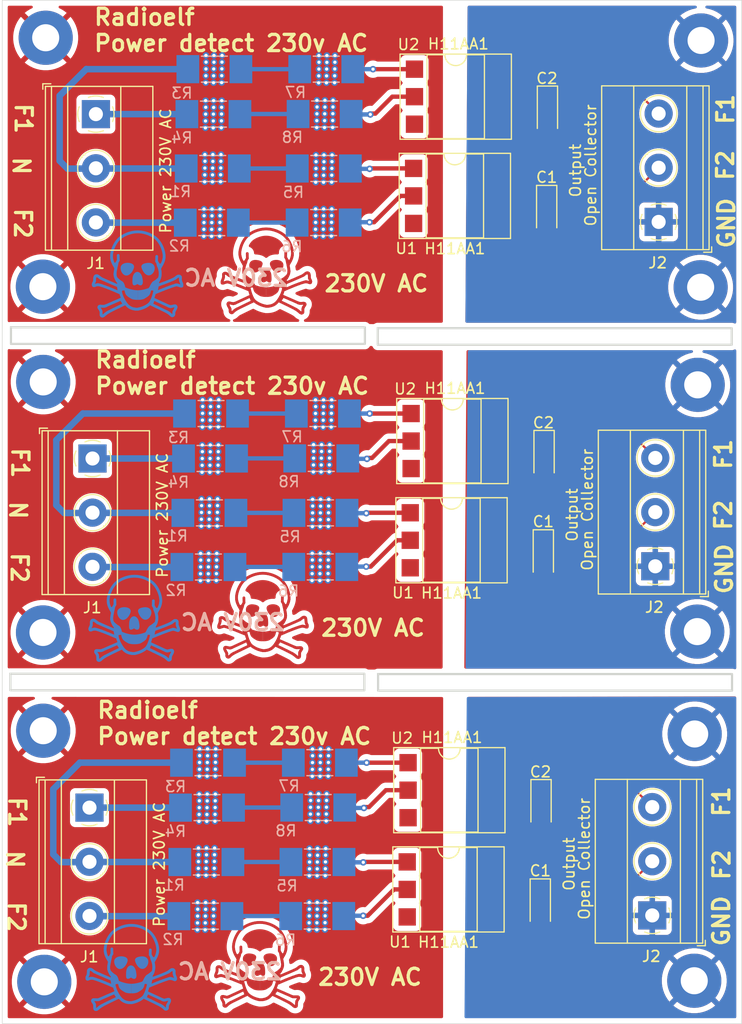
<source format=kicad_pcb>
(kicad_pcb (version 20241229) (generator "pcbnew") (generator_version "9.0")
  (layers (0 "F.Cu" signal) (2 "B.Cu" signal) (13 "F.Paste" user) (15 "B.Paste" user) (5 "F.SilkS" user "F.Silkscreen") (7 "B.SilkS" user "B.Silkscreen") (1 "F.Mask" user) (3 "B.Mask" user) (25 "Edge.Cuts" user))
  (net 0 "")
  (net 1 "GND")
  (net 2 "/Out F2")
  (net 3 "/Out F1")
  (net 4 "/F1")
  (net 5 "/F2")
  (net 6 "/N")
  (net 7 "Net-(R1-Pad2)")
  (net 8 "Net-(R2-Pad2)")
  (net 9 "Net-(R3-Pad2)")
  (net 10 "Net-(R4-Pad2)")
  (net 11 "Net-(R5-Pad2)")
  (net 12 "Net-(R6-Pad2)")
  (net 13 "Net-(R7-Pad2)")
  (net 14 "Net-(R8-Pad2)")
  (net 19 "Earth")
  (footprint "Capacitor_Tantalum_SMD:CP_EIA-3216-10_Kemet-I" (layer "F.Cu") (at 167.55 122.11 -90)
    (property "Reference" "C1")
    (property "Value" "4.7uF")
  )
  (footprint "TerminalBlock_Phoenix:TerminalBlock_Phoenix_MKDS-1,5-3_1x03_P5.00mm_Horizontal" (layer "F.Cu") (at 178.17 90.94 90)
    (property "Reference" "J2")
    (property "Value" "Output")
  )
  (footprint "Capacitor_Tantalum_SMD:CP_EIA-3216-10_Kemet-I" (layer "F.Cu") (at 167.62 112.94 -90)
    (property "Reference" "C2")
    (property "Value" "4.7uF")
  )
  (footprint "MountingHole:MountingHole_2.5mm_Pad" (layer "F.Cu") (at 121.87 42.15)
    (property "Reference" "H1" (hide yes))
    (property "Value" "Hole" (hide yes))
  )
  (footprint "Package_DIP:DIP-6_W7.62mm_SMDSocket_SmallPads" (layer "F.Cu") (at 159.35 88.54)
    (property "Reference" "U1")
    (property "Value" "H11AA1")
  )
  (footprint "Capacitor_Tantalum_SMD:CP_EIA-3216-10_Kemet-I" (layer "F.Cu") (at 167.9 80.71 -90)
    (property "Reference" "C2")
    (property "Value" "4.7uF")
  )
  (footprint "Capacitor_Tantalum_SMD:CP_EIA-3216-10_Kemet-I" (layer "F.Cu") (at 168.14 58.09 -90)
    (property "Reference" "C1")
    (property "Value" "4.7uF")
  )
  (footprint "MountingHole:MountingHole_2.5mm_Pad" (layer "F.Cu") (at 121.62 97.05)
    (property "Reference" "H2" (hide yes))
    (property "Value" "Hole" (hide yes))
  )
  (footprint "MountingHole:MountingHole_2.5mm_Pad" (layer "F.Cu") (at 181.81 106.42)
    (property "Reference" "H3" (hide yes))
    (property "Value" "Hole" (hide yes))
  )
  (footprint "TerminalBlock_Phoenix:TerminalBlock_Phoenix_MKDS-1,5-3_1x03_P5.00mm_Horizontal" (layer "F.Cu") (at 126.195 80.99 -90)
    (property "Reference" "J1")
    (property "Value" "Power 230V AC")
  )
  (footprint "Package_DIP:DIP-6_W7.62mm_SMDSocket_SmallPads" (layer "F.Cu") (at 159.15 111.61)
    (property "Reference" "U2")
    (property "Value" "H11AA1")
  )
  (footprint "MountingHole:MountingHole_2.5mm_Pad" (layer "F.Cu") (at 121.61 65.13)
    (property "Reference" "H2" (hide yes))
    (property "Value" "Hole" (hide yes))
  )
  (footprint "TerminalBlock_Phoenix:TerminalBlock_Phoenix_MKDS-1,5-3_1x03_P5.00mm_Horizontal" (layer "F.Cu") (at 125.915 113.22 -90)
    (property "Reference" "J1")
    (property "Value" "Power 230V AC")
  )
  (footprint "Symbol:Symbol_Danger_8x8mm_Copper" (layer "F.Cu") (at 142.236392 63.61365)
    (property "Reference" "REF**" (hide yes))
    (property "Value" "Symbol_Danger_8x8mm_Copper" (hide yes))
  )
  (footprint "TerminalBlock_Phoenix:TerminalBlock_Phoenix_MKDS-1,5-3_1x03_P5.00mm_Horizontal" (layer "F.Cu") (at 126.505 49.2 -90)
    (property "Reference" "J1")
    (property "Value" "Power 230V AC")
  )
  (footprint "Package_DIP:DIP-6_W7.62mm_SMDSocket_SmallPads" (layer "F.Cu") (at 159.74 47.59)
    (property "Reference" "U2")
    (property "Value" "H11AA1")
  )
  (footprint "TerminalBlock_Phoenix:TerminalBlock_Phoenix_MKDS-1,5-3_1x03_P5.00mm_Horizontal" (layer "F.Cu") (at 178.48 59.15 90)
    (property "Reference" "J2")
    (property "Value" "Output")
  )
  (footprint "MountingHole:MountingHole_2.5mm_Pad" (layer "F.Cu") (at 121.74 129.3)
    (property "Reference" "H2" (hide yes))
    (property "Value" "Hole" (hide yes))
  )
  (footprint "Package_DIP:DIP-6_W7.62mm_SMDSocket_SmallPads" (layer "F.Cu") (at 159.66 56.75)
    (property "Reference" "U1")
    (property "Value" "H11AA1")
  )
  (footprint "MountingHole:MountingHole_2.5mm_Pad" (layer "F.Cu") (at 182.4 42.4)
    (property "Reference" "H3" (hide yes))
    (property "Value" "Hole" (hide yes))
  )
  (footprint "Package_DIP:DIP-6_W7.62mm_SMDSocket_SmallPads" (layer "F.Cu") (at 159.43 79.38)
    (property "Reference" "U2")
    (property "Value" "H11AA1")
  )
  (footprint "Symbol:Symbol_Danger_8x8mm_Copper" (layer "F.Cu") (at 141.926392 95.40365)
    (property "Reference" "REF**" (hide yes))
    (property "Value" "Symbol_Danger_8x8mm_Copper" (hide yes))
  )
  (footprint "MountingHole:MountingHole_2.5mm_Pad" (layer "F.Cu") (at 182.36 65.18)
    (property "Reference" "H4" (hide yes))
    (property "Value" "Hole" (hide yes))
  )
  (footprint "MountingHole:MountingHole_2.5mm_Pad" (layer "F.Cu") (at 182.09 74.19)
    (property "Reference" "H3" (hide yes))
    (property "Value" "Hole" (hide yes))
  )
  (footprint "MountingHole:MountingHole_2.5mm_Pad" (layer "F.Cu") (at 121.64 73.92)
    (property "Reference" "H1" (hide yes))
    (property "Value" "Hole" (hide yes))
  )
  (footprint "Symbol:Symbol_Danger_8x8mm_Copper" (layer "F.Cu") (at 141.646392 127.63365)
    (property "Reference" "REF**" (hide yes))
    (property "Value" "Symbol_Danger_8x8mm_Copper" (hide yes))
  )
  (footprint "MountingHole:MountingHole_2.5mm_Pad" (layer "F.Cu") (at 182.05 96.97)
    (property "Reference" "H4" (hide yes))
    (property "Value" "Hole" (hide yes))
  )
  (footprint "TerminalBlock_Phoenix:TerminalBlock_Phoenix_MKDS-1,5-3_1x03_P5.00mm_Horizontal" (layer "F.Cu") (at 177.89 123.17 90)
    (property "Reference" "J2")
    (property "Value" "Output")
  )
  (footprint "Capacitor_Tantalum_SMD:CP_EIA-3216-10_Kemet-I" (layer "F.Cu") (at 168.21 48.92 -90)
    (property "Reference" "C2")
    (property "Value" "4.7uF")
  )
  (footprint "Package_DIP:DIP-6_W7.62mm_SMDSocket_SmallPads" (layer "F.Cu") (at 159.07 120.77)
    (property "Reference" "U1")
    (property "Value" "H11AA1")
  )
  (footprint "MountingHole:MountingHole_2.5mm_Pad" (layer "F.Cu") (at 181.77 129.2)
    (property "Reference" "H4" (hide yes))
    (property "Value" "Hole" (hide yes))
  )
  (footprint "Capacitor_Tantalum_SMD:CP_EIA-3216-10_Kemet-I" (layer "F.Cu") (at 167.83 89.88 -90)
    (property "Reference" "C1")
    (property "Value" "4.7uF")
  )
  (footprint "MountingHole:MountingHole_2.5mm_Pad" (layer "F.Cu") (at 121.64 106.12)
    (property "Reference" "H1" (hide yes))
    (property "Value" "Hole" (hide yes))
  )
  (footprint "Resistor_SMD:R_MELF_MMB-0207" (layer "B.Cu") (at 136.77 113.22)
    (property "Reference" "R4")
    (property "Value" "56K")
  )
  (footprint "Resistor_SMD:R_MELF_MMB-0207" (layer "B.Cu") (at 147.78 45.05)
    (property "Reference" "R7")
    (property "Value" "56K")
  )
  (footprint "Resistor_SMD:R_MELF_MMB-0207" (layer "B.Cu") (at 137.21 59.22)
    (property "Reference" "R2")
    (property "Value" "56K")
  )
  (footprint "Resistor_SMD:R_MELF_MMB-0207" (layer "B.Cu") (at 147.32 80.98)
    (property "Reference" "R8")
    (property "Value" "56K")
  )
  (footprint "Resistor_SMD:R_MELF_MMB-0207" (layer "B.Cu") (at 136.9 91.01)
    (property "Reference" "R2")
    (property "Value" "56K")
  )
  (footprint "Resistor_SMD:R_MELF_MMB-0207" (layer "B.Cu") (at 137.36 49.2)
    (property "Reference" "R4")
    (property "Value" "56K")
  )
  (footprint "Resistor_SMD:R_MELF_MMB-0207" (layer "B.Cu") (at 147.19 109.07)
    (property "Reference" "R7")
    (property "Value" "56K")
  )
  (footprint "Resistor_SMD:R_MELF_MMB-0207" (layer "B.Cu") (at 137.05 80.99)
    (property "Reference" "R4")
    (property "Value" "56K")
  )
  (footprint "Resistor_SMD:R_MELF_MMB-0207" (layer "B.Cu") (at 136.71 118.24)
    (property "Reference" "R1")
    (property "Value" "56K")
  )
  (footprint "Symbol:Symbol_Danger_8x8mm_Copper" (layer "B.Cu") (at 129.783608 127.90365 180)
    (property "Reference" "REF**" (hide yes))
    (property "Value" "Symbol_Danger_8x8mm_Copper" (hide yes))
  )
  (footprint "Resistor_SMD:R_MELF_MMB-0207" (layer "B.Cu") (at 136.99 86.01)
    (property "Reference" "R1")
    (property "Value" "56K")
  )
  (footprint "Symbol:Symbol_Danger_8x8mm_Copper" (layer "B.Cu") (at 130.063608 95.67365 180)
    (property "Reference" "REF**" (hide yes))
    (property "Value" "Symbol_Danger_8x8mm_Copper" (hide yes))
  )
  (footprint "Resistor_SMD:R_MELF_MMB-0207" (layer "B.Cu") (at 137.45 45.05)
    (property "Reference" "R3")
    (property "Value" "56K")
  )
  (footprint "Resistor_SMD:R_MELF_MMB-0207" (layer "B.Cu") (at 136.86 109.07)
    (property "Reference" "R3")
    (property "Value" "56K")
  )
  (footprint "Resistor_SMD:R_MELF_MMB-0207" (layer "B.Cu") (at 147.25 86.01)
    (property "Reference" "R5")
    (property "Value" "56K")
  )
  (footprint "Resistor_SMD:R_MELF_MMB-0207" (layer "B.Cu") (at 147.23 91)
    (property "Reference" "R6")
    (property "Value" "56K")
  )
  (footprint "Resistor_SMD:R_MELF_MMB-0207" (layer "B.Cu") (at 147.04 113.21)
    (property "Reference" "R8")
    (property "Value" "56K")
  )
  (footprint "Resistor_SMD:R_MELF_MMB-0207" (layer "B.Cu") (at 147.63 49.19)
    (property "Reference" "R8")
    (property "Value" "56K")
  )
  (footprint "Symbol:Symbol_Danger_8x8mm_Copper" (layer "B.Cu") (at 130.373608 63.88365 180)
    (property "Reference" "REF**" (hide yes))
    (property "Value" "Symbol_Danger_8x8mm_Copper" (hide yes))
  )
  (footprint "Resistor_SMD:R_MELF_MMB-0207" (layer "B.Cu") (at 147.54 59.21)
    (property "Reference" "R6")
    (property "Value" "56K")
  )
  (footprint "Resistor_SMD:R_MELF_MMB-0207" (layer "B.Cu") (at 146.97 118.24)
    (property "Reference" "R5")
    (property "Value" "56K")
  )
  (footprint "Resistor_SMD:R_MELF_MMB-0207" (layer "B.Cu") (at 147.47 76.84)
    (property "Reference" "R7")
    (property "Value" "56K")
  )
  (footprint "Resistor_SMD:R_MELF_MMB-0207" (layer "B.Cu") (at 146.95 123.23)
    (property "Reference" "R6")
    (property "Value" "56K")
  )
  (footprint "Resistor_SMD:R_MELF_MMB-0207" (layer "B.Cu") (at 137.3 54.22)
    (property "Reference" "R1")
    (property "Value" "56K")
  )
  (footprint "Resistor_SMD:R_MELF_MMB-0207" (layer "B.Cu") (at 137.14 76.84)
    (property "Reference" "R3")
    (property "Value" "56K")
  )
  (footprint "Resistor_SMD:R_MELF_MMB-0207" (layer "B.Cu") (at 147.56 54.22)
    (property "Reference" "R5")
    (property "Value" "56K")
  )
  (footprint "Resistor_SMD:R_MELF_MMB-0207" (layer "B.Cu") (at 136.62 123.24)
    (property "Reference" "R2")
    (property "Value" "56K")
  )
  (gr_rect (start 152.54 68.96) (end 185.23 70.49) (stroke (width 0.2)) (fill no) (layer "Edge.Cuts"))
  (gr_rect (start 152.57 100.89) (end 185.26 102.42) (stroke (width 0.2)) (fill no) (layer "Edge.Cuts"))
  (gr_rect (start 118.66 68.88) (end 151.35 70.41) (stroke (width 0.2)) (fill no) (layer "Edge.Cuts"))
  (gr_rect (start 117.86 38.69) (end 186.15 133.16) (stroke (width 0.05)) (fill no) (layer "Edge.Cuts"))
  (gr_rect (start 118.61 100.86) (end 151.3 102.39) (stroke (width 0.2)) (fill no) (layer "Edge.Cuts"))
  (gr_text "230V AC" (at 147.15 97.51 0) (layer "F.SilkS") (effects (font (size 1.5 1.5) (thickness 0.3) (bold yes)) (justify left bottom)))
  (gr_text "F2" (at 185.520313 55.475373 90) (layer "F.SilkS") (effects (font (size 1.5 1.5) (thickness 0.3) (bold yes)) (justify left bottom)))
  (gr_text "230V AC" (at 147.46 65.72 0) (layer "F.SilkS") (effects (font (size 1.5 1.5) (thickness 0.3) (bold yes)) (justify left bottom)))
  (gr_text "N" (at 120.05 118.98 90) (layer "F.SilkS") (effects (font (size 1.5 1.5) (thickness 0.3) (bold yes)) (justify left bottom)))
  (gr_text "GND" (at 185.42 93.66 90) (layer "F.SilkS") (effects (font (size 1.5 1.5) (thickness 0.3) (bold yes)) (justify left bottom)))
  (gr_text "N" (at 120.64 54.96 90) (layer "F.SilkS") (effects (font (size 1.5 1.5) (thickness 0.3) (bold yes)) (justify left bottom)))
  (gr_text "GND" (at 185.15 126.16 90) (layer "F.SilkS") (effects (font (size 1.5 1.5) (thickness 0.3) (bold yes)) (justify left bottom)))
  (gr_text "Open Collector" (at 172.48 91.43 90) (layer "F.SilkS") (effects (font (size 1 1)) (justify left bottom)))
  (gr_text "F1" (at 118.63 79.84 -90) (layer "F.SilkS") (effects (font (size 1.5 1.5) (thickness 0.3) (bold yes)) (justify left bottom)))
  (gr_text "F2" (at 118.57 89.52 -90) (layer "F.SilkS") (effects (font (size 1.5 1.5) (thickness 0.3) (bold yes)) (justify left bottom)))
  (gr_text "F2" (at 118.88 57.73 -90) (layer "F.SilkS") (effects (font (size 1.5 1.5) (thickness 0.3) (bold yes)) (justify left bottom)))
  (gr_text "F1" (at 118.94 48.05 -90) (layer "F.SilkS") (effects (font (size 1.5 1.5) (thickness 0.3) (bold yes)) (justify left bottom)))
  (gr_text "Open Collector" (at 172.2 123.66 90) (layer "F.SilkS") (effects (font (size 1 1)) (justify left bottom)))
  (gr_text "Open Collector" (at 172.79 59.64 90) (layer "F.SilkS") (effects (font (size 1 1)) (justify left bottom)))
  (gr_text "Radioelf\nPower detect 230v AC" (at 126.190313 43.535373 0) (layer "F.SilkS") (effects (font (size 1.5 1.5) (thickness 0.3) (bold yes)) (justify left bottom)))
  (gr_text "F2" (at 185.340313 87.765373 90) (layer "F.SilkS") (effects (font (size 1.5 1.5) (thickness 0.3) (bold yes)) (justify left bottom)))
  (gr_text "F2" (at 185.180313 120.045373 90) (layer "F.SilkS") (effects (font (size 1.5 1.5) (thickness 0.3) (bold yes)) (justify left bottom)))
  (gr_text "GND" (at 185.62 61.74 90) (layer "F.SilkS") (effects (font (size 1.5 1.5) (thickness 0.3) (bold yes)) (justify left bottom)))
  (gr_text "N" (at 120.33 86.75 90) (layer "F.SilkS") (effects (font (size 1.5 1.5) (thickness 0.3) (bold yes)) (justify left bottom)))
  (gr_text "230V AC" (at 146.87 129.74 0) (layer "F.SilkS") (effects (font (size 1.5 1.5) (thickness 0.3) (bold yes)) (justify left bottom)))
  (gr_text "Radioelf\nPower detect 230v AC" (at 126.480313 107.515373 0) (layer "F.SilkS") (effects (font (size 1.5 1.5) (thickness 0.3) (bold yes)) (justify left bottom)))
  (gr_text "F1" (at 185.540313 50.305373 90) (layer "F.SilkS") (effects (font (size 1.5 1.5) (thickness 0.3) (bold yes)) (justify left bottom)))
  (gr_text "F1" (at 185.160313 114.215373 90) (layer "F.SilkS") (effects (font (size 1.5 1.5) (thickness 0.3) (bold yes)) (justify left bottom)))
  (gr_text "F2" (at 118.29 121.75 -90) (layer "F.SilkS") (effects (font (size 1.5 1.5) (thickness 0.3) (bold yes)) (justify left bottom)))
  (gr_text "Radioelf\nPower detect 230v AC" (at 126.280313 75.175373 0) (layer "F.SilkS") (effects (font (size 1.5 1.5) (thickness 0.3) (bold yes)) (justify left bottom)))
  (gr_text "F1" (at 118.35 112.07 -90) (layer "F.SilkS") (effects (font (size 1.5 1.5) (thickness 0.3) (bold yes)) (justify left bottom)))
  (gr_text "F1" (at 185.340313 82.155373 90) (layer "F.SilkS") (effects (font (size 1.5 1.5) (thickness 0.3) (bold yes)) (justify left bottom)))
  (gr_text "230V AC" (at 144.090475 96.996265 0) (layer "B.SilkS") (effects (font (size 1.5 1.5) (thickness 0.3) (bold yes)) (justify left bottom mirror)))
  (gr_text "230V AC" (at 143.810475 129.226265 0) (layer "B.SilkS") (effects (font (size 1.5 1.5) (thickness 0.3) (bold yes)) (justify left bottom mirror)))
  (gr_text "230V AC" (at 144.400475 65.206265 0) (layer "B.SilkS") (effects (font (size 1.5 1.5) (thickness 0.3) (bold yes)) (justify left bottom mirror)))
  (segment (start 163.49 59.32) (end 163.48 59.31) (width 0.2) (layer "F.Cu") (net 1))
  (segment (start 162.9 123.34) (end 162.89 123.33) (width 0.2) (layer "F.Cu") (net 1))
  (segment (start 163.18 91.11) (end 163.17 91.1) (width 0.2) (layer "F.Cu") (net 1))
  (segment (start 175.3 120.76) (end 167.55 120.76) (width 0.2) (layer "F.Cu") (net 2))
  (segment (start 175.58 88.53) (end 167.83 88.53) (width 0.2) (layer "F.Cu") (net 2))
  (segment (start 178.48 54.15) (end 175.89 56.74) (width 0.2) (layer "F.Cu") (net 2))
  (segment (start 163.17 88.53) (end 163.16 88.54) (width 0.2) (layer "F.Cu") (net 2))
  (segment (start 167.83 88.53) (end 163.17 88.53) (width 0.2) (layer "F.Cu") (net 2))
  (segment (start 179.22 86.01) (end 178.56 86.67) (width 0.2) (layer "F.Cu") (net 2))
  (segment (start 163.51 56.74) (end 163.48 56.77) (width 0.2) (layer "F.Cu") (net 2))
  (segment (start 179.53 54.22) (end 178.87 54.88) (width 0.2) (layer "F.Cu") (net 2))
  (segment (start 168.14 56.74) (end 163.48 56.74) (width 0.2) (layer "F.Cu") (net 2))
  (segment (start 167.55 120.76) (end 162.89 120.76) (width 0.2) (layer "F.Cu") (net 2))
  (segment (start 177.89 118.17) (end 175.3 120.76) (width 0.2) (layer "F.Cu") (net 2))
  (segment (start 178.94 118.24) (end 178.28 118.9) (width 0.2) (layer "F.Cu") (net 2))
  (segment (start 175.89 56.74) (end 168.14 56.74) (width 0.2) (layer "F.Cu") (net 2))
  (segment (start 178.17 85.94) (end 175.58 88.53) (width 0.2) (layer "F.Cu") (net 2))
  (segment (start 162.89 120.76) (end 162.88 120.77) (width 0.2) (layer "F.Cu") (net 2))
  (segment (start 163.48 56.74) (end 163.47 56.75) (width 0.2) (layer "F.Cu") (net 2))
  (segment (start 163.2 88.53) (end 163.17 88.56) (width 0.2) (layer "F.Cu") (net 2))
  (segment (start 162.92 120.76) (end 162.89 120.79) (width 0.2) (layer "F.Cu") (net 2))
  (segment (start 163.57 47.57) (end 163.55 47.59) (width 0.2) (layer "F.Cu") (net 3))
  (segment (start 168.21 47.57) (end 163.57 47.57) (width 0.2) (layer "F.Cu") (net 3))
  (segment (start 167.62 111.59) (end 162.98 111.59) (width 0.2) (layer "F.Cu") (net 3))
  (segment (start 163.26 79.36) (end 163.24 79.38) (width 0.2) (layer "F.Cu") (net 3))
  (segment (start 178.48 49.15) (end 176.9 47.57) (width 0.2) (layer "F.Cu") (net 3))
  (segment (start 176.31 111.59) (end 167.62 111.59) (width 0.2) (layer "F.Cu") (net 3))
  (segment (start 162.98 111.59) (end 162.96 111.61) (width 0.2) (layer "F.Cu") (net 3))
  (segment (start 177.89 113.17) (end 176.31 111.59) (width 0.2) (layer "F.Cu") (net 3))
  (segment (start 167.9 79.36) (end 163.26 79.36) (width 0.2) (layer "F.Cu") (net 3))
  (segment (start 178.17 80.94) (end 176.59 79.36) (width 0.2) (layer "F.Cu") (net 3))
  (segment (start 176.9 47.57) (end 168.21 47.57) (width 0.2) (layer "F.Cu") (net 3))
  (segment (start 176.59 79.36) (end 167.9 79.36) (width 0.2) (layer "F.Cu") (net 3))
  (segment (start 134.91 49.2) (end 126.505 49.2) (width 0.6) (layer "B.Cu") (net 4))
  (segment (start 134.32 113.22) (end 125.915 113.22) (width 0.6) (layer "B.Cu") (net 4))
  (segment (start 134.6 80.99) (end 126.195 80.99) (width 0.6) (layer "B.Cu") (net 4))
  (segment (start 134.45 91.01) (end 126.215 91.01) (width 0.6) (layer "B.Cu") (net 5))
  (segment (start 134.17 123.24) (end 125.935 123.24) (width 0.6) (layer "B.Cu") (net 5))
  (segment (start 126.215 91.01) (end 126.195 90.99) (width 0.2) (layer "B.Cu") (net 5))
  (segment (start 125.935 123.24) (end 125.915 123.22) (width 0.2) (layer "B.Cu") (net 5))
  (segment (start 126.525 59.22) (end 126.505 59.2) (width 0.2) (layer "B.Cu") (net 5))
  (segment (start 134.76 59.22) (end 126.525 59.22) (width 0.6) (layer "B.Cu") (net 5))
  (segment (start 125.935 118.24) (end 125.925 118.25) (width 0.2) (layer "B.Cu") (net 6))
  (segment (start 123.16 53.51) (end 123.16 47.5) (width 0.6) (layer "B.Cu") (net 6))
  (segment (start 122.85 79.29) (end 125.31 76.83) (width 0.6) (layer "B.Cu") (net 6))
  (segment (start 123.57 86.02) (end 122.85 85.3) (width 0.6) (layer "B.Cu") (net 6))
  (segment (start 134.26 118.24) (end 125.935 118.24) (width 0.6) (layer "B.Cu") (net 6))
  (segment (start 126.515 54.23) (end 123.88 54.23) (width 0.6) (layer "B.Cu") (net 6))
  (segment (start 125.32 76.84) (end 134.69 76.84) (width 0.6) (layer "B.Cu") (net 6))
  (segment (start 126.525 54.22) (end 126.505 54.2) (width 0.2) (layer "B.Cu") (net 6))
  (segment (start 122.57 117.53) (end 122.57 111.52) (width 0.6) (layer "B.Cu") (net 6))
  (segment (start 126.525 54.22) (end 126.515 54.23) (width 0.2) (layer "B.Cu") (net 6))
  (segment (start 123.29 118.25) (end 122.57 117.53) (width 0.6) (layer "B.Cu") (net 6))
  (segment (start 125.63 45.05) (end 135 45.05) (width 0.6) (layer "B.Cu") (net 6))
  (segment (start 125.62 45.04) (end 125.63 45.05) (width 0.6) (layer "B.Cu") (net 6))
  (segment (start 125.04 109.07) (end 134.41 109.07) (width 0.6) (layer "B.Cu") (net 6))
  (segment (start 125.31 76.83) (end 125.32 76.84) (width 0.6) (layer "B.Cu") (net 6))
  (segment (start 126.215 86.01) (end 126.195 85.99) (width 0.2) (layer "B.Cu") (net 6))
  (segment (start 123.88 54.23) (end 123.16 53.51) (width 0.6) (layer "B.Cu") (net 6))
  (segment (start 125.03 109.06) (end 125.04 109.07) (width 0.6) (layer "B.Cu") (net 6))
  (segment (start 126.215 86.01) (end 126.205 86.02) (width 0.2) (layer "B.Cu") (net 6))
  (segment (start 125.925 118.25) (end 123.29 118.25) (width 0.6) (layer "B.Cu") (net 6))
  (segment (start 134.85 54.22) (end 126.525 54.22) (width 0.6) (layer "B.Cu") (net 6))
  (segment (start 125.935 118.24) (end 125.915 118.22) (width 0.2) (layer "B.Cu") (net 6))
  (segment (start 134.54 86.01) (end 126.215 86.01) (width 0.6) (layer "B.Cu") (net 6))
  (segment (start 122.57 111.52) (end 125.03 109.06) (width 0.6) (layer "B.Cu") (net 6))
  (segment (start 123.16 47.5) (end 125.62 45.04) (width 0.6) (layer "B.Cu") (net 6))
  (segment (start 122.85 85.3) (end 122.85 79.29) (width 0.6) (layer "B.Cu") (net 6))
  (segment (start 126.205 86.02) (end 123.57 86.02) (width 0.6) (layer "B.Cu") (net 6))
  (segment (start 139.44 86.01) (end 144.8 86.01) (width 0.4) (layer "B.Cu") (net 7))
  (segment (start 139.75 54.22) (end 145.11 54.22) (width 0.4) (layer "B.Cu") (net 7))
  (segment (start 139.16 118.24) (end 144.52 118.24) (width 0.4) (layer "B.Cu") (net 7))
  (segment (start 145.09 59.21) (end 139.67 59.21) (width 0.4) (layer "B.Cu") (net 8))
  (segment (start 144.5 123.23) (end 139.08 123.23) (width 0.4) (layer "B.Cu") (net 8))
  (segment (start 139.67 59.21) (end 139.66 59.22) (width 0.2) (layer "B.Cu") (net 8))
  (segment (start 144.78 91) (end 139.36 91) (width 0.4) (layer "B.Cu") (net 8))
  (segment (start 139.36 91) (end 139.35 91.01) (width 0.2) (layer "B.Cu") (net 8))
  (segment (start 139.08 123.23) (end 139.07 123.24) (width 0.2) (layer "B.Cu") (net 8))
  (segment (start 139.9 45.05) (end 143.02 45.05) (width 0.4) (layer "B.Cu") (net 9))
  (segment (start 142.71 76.84) (end 145.02 76.84) (width 0.4) (layer "B.Cu") (net 9))
  (segment (start 139.31 109.07) (end 142.43 109.07) (width 0.4) (layer "B.Cu") (net 9))
  (segment (start 142.43 109.07) (end 144.74 109.07) (width 0.4) (layer "B.Cu") (net 9))
  (segment (start 139.59 76.84) (end 142.71 76.84) (width 0.4) (layer "B.Cu") (net 9))
  (segment (start 143.02 45.05) (end 145.33 45.05) (width 0.4) (layer "B.Cu") (net 9))
  (segment (start 139.51 80.98) (end 139.5 80.99) (width 0.2) (layer "B.Cu") (net 10))
  (segment (start 139.23 113.21) (end 139.22 113.22) (width 0.2) (layer "B.Cu") (net 10))
  (segment (start 144.59 113.21) (end 139.23 113.21) (width 0.4) (layer "B.Cu") (net 10))
  (segment (start 144.87 80.98) (end 139.51 80.98) (width 0.4) (layer "B.Cu") (net 10))
  (segment (start 139.82 49.19) (end 139.81 49.2) (width 0.2) (layer "B.Cu") (net 10))
  (segment (start 145.18 49.19) (end 139.82 49.19) (width 0.4) (layer "B.Cu") (net 10))
  (segment (start 155.54 86) (end 151.52 86) (width 0.4) (layer "F.Cu") (net 11))
  (segment (start 151.83 54.21) (end 151.79 54.25) (width 0.2) (layer "F.Cu") (net 11))
  (segment (start 151.24 118.23) (end 151.2 118.27) (width 0.2) (layer "F.Cu") (net 11))
  (segment (start 155.85 54.21) (end 151.83 54.21) (width 0.4) (layer "F.Cu") (net 11))
  (segment (start 151.52 86) (end 151.48 86.04) (width 0.2) (layer "F.Cu") (net 11))
  (segment (start 155.26 118.23) (end 151.24 118.23) (width 0.4) (layer "F.Cu") (net 11))
  (via (at 151.2 118.27) (size 0.6) (drill 0.3) (layers "F.Cu" "B.Cu") (net 11))
  (via (at 151.48 86.04) (size 0.6) (drill 0.3) (layers "F.Cu" "B.Cu") (net 11))
  (via (at 151.79 54.25) (size 0.6) (drill 0.3) (layers "F.Cu" "B.Cu") (net 11))
  (segment (start 151.2 118.27) (end 149.45 118.27) (width 0.4) (layer "B.Cu") (net 11))
  (segment (start 149.45 118.27) (end 149.42 118.24) (width 0.2) (layer "B.Cu") (net 11))
  (segment (start 150.04 54.25) (end 150.01 54.22) (width 0.2) (layer "B.Cu") (net 11))
  (segment (start 149.73 86.04) (end 149.7 86.01) (width 0.2) (layer "B.Cu") (net 11))
  (segment (start 151.48 86.04) (end 149.73 86.04) (width 0.4) (layer "B.Cu") (net 11))
  (segment (start 151.79 54.25) (end 150.04 54.25) (width 0.4) (layer "B.Cu") (net 11))
  (segment (start 152.08 90.78) (end 151.89 90.97) (width 0.4) (layer "F.Cu") (net 12))
  (segment (start 155.26 120.77) (end 154.04 120.77) (width 0.4) (layer "F.Cu") (net 12))
  (segment (start 155.85 56.75) (end 154.63 56.75) (width 0.4) (layer "F.Cu") (net 12))
  (segment (start 154.04 120.77) (end 151.8 123.01) (width 0.4) (layer "F.Cu") (net 12))
  (segment (start 151.61 123.2) (end 151.19 123.2) (width 0.4) (layer "F.Cu") (net 12))
  (segment (start 151.8 123.01) (end 151.61 123.2) (width 0.4) (layer "F.Cu") (net 12))
  (segment (start 154.63 56.75) (end 152.39 58.99) (width 0.4) (layer "F.Cu") (net 12))
  (segment (start 152.39 58.99) (end 152.2 59.18) (width 0.4) (layer "F.Cu") (net 12))
  (segment (start 152.2 59.18) (end 151.78 59.18) (width 0.4) (layer "F.Cu") (net 12))
  (segment (start 154.32 88.54) (end 152.08 90.78) (width 0.4) (layer "F.Cu") (net 12))
  (segment (start 151.89 90.97) (end 151.47 90.97) (width 0.4) (layer "F.Cu") (net 12))
  (segment (start 155.54 88.54) (end 154.32 88.54) (width 0.4) (layer "F.Cu") (net 12))
  (via (at 151.78 59.18) (size 0.6) (drill 0.3) (layers "F.Cu" "B.Cu") (net 12))
  (via (at 151.19 123.2) (size 0.6) (drill 0.3) (layers "F.Cu" "B.Cu") (net 12))
  (via (at 151.47 90.97) (size 0.6) (drill 0.3) (layers "F.Cu" "B.Cu") (net 12))
  (segment (start 151.78 59.18) (end 150.02 59.18) (width 0.4) (layer "B.Cu") (net 12))
  (segment (start 151.47 90.97) (end 149.71 90.97) (width 0.4) (layer "B.Cu") (net 12))
  (segment (start 149.43 123.2) (end 149.4 123.23) (width 0.2) (layer "B.Cu") (net 12))
  (segment (start 151.19 123.2) (end 149.43 123.2) (width 0.4) (layer "B.Cu") (net 12))
  (segment (start 150.02 59.18) (end 149.99 59.21) (width 0.2) (layer "B.Cu") (net 12))
  (segment (start 149.71 90.97) (end 149.68 91) (width 0.2) (layer "B.Cu") (net 12))
  (segment (start 151.51 109.07) (end 155.34 109.07) (width 0.4) (layer "F.Cu") (net 13))
  (segment (start 152.1 45.05) (end 155.93 45.05) (width 0.4) (layer "F.Cu") (net 13))
  (segment (start 151.79 76.84) (end 155.62 76.84) (width 0.4) (layer "F.Cu") (net 13))
  (via (at 152.1 45.05) (size 0.6) (drill 0.3) (layers "F.Cu" "B.Cu") (net 13))
  (via (at 151.51 109.07) (size 0.6) (drill 0.3) (layers "F.Cu" "B.Cu") (net 13))
  (via (at 151.79 76.84) (size 0.6) (drill 0.3) (layers "F.Cu" "B.Cu") (net 13))
  (segment (start 151.79 76.84) (end 149.92 76.84) (width 0.4) (layer "B.Cu") (net 13))
  (segment (start 151.51 109.07) (end 149.64 109.07) (width 0.4) (layer "B.Cu") (net 13))
  (segment (start 152.1 45.05) (end 150.23 45.05) (width 0.4) (layer "B.Cu") (net 13))
  (segment (start 151.73 113.17) (end 151.34 113.17) (width 0.4) (layer "F.Cu") (net 14))
  (segment (start 151.34 113.17) (end 151.26 113.25) (width 0.2) (layer "F.Cu") (net 14))
  (segment (start 151.62 80.94) (end 151.54 81.02) (width 0.2) (layer "F.Cu") (net 14))
  (segment (start 155.93 47.59) (end 153.88 47.59) (width 0.4) (layer "F.Cu") (net 14))
  (segment (start 152.01 80.94) (end 151.62 80.94) (width 0.4) (layer "F.Cu") (net 14))
  (segment (start 151.93 49.15) (end 151.85 49.23) (width 0.2) (layer "F.Cu") (net 14))
  (segment (start 155.62 79.38) (end 153.57 79.38) (width 0.4) (layer "F.Cu") (net 14))
  (segment (start 152.32 49.15) (end 151.93 49.15) (width 0.4) (layer "F.Cu") (net 14))
  (segment (start 153.29 111.61) (end 151.73 113.17) (width 0.4) (layer "F.Cu") (net 14))
  (segment (start 155.34 111.61) (end 153.29 111.61) (width 0.4) (layer "F.Cu") (net 14))
  (segment (start 153.57 79.38) (end 152.01 80.94) (width 0.4) (layer "F.Cu") (net 14))
  (segment (start 153.88 47.59) (end 152.32 49.15) (width 0.4) (layer "F.Cu") (net 14))
  (via (at 151.85 49.23) (size 0.6) (drill 0.3) (layers "F.Cu" "B.Cu") (net 14))
  (via (at 151.26 113.25) (size 0.6) (drill 0.3) (layers "F.Cu" "B.Cu") (net 14))
  (via (at 151.54 81.02) (size 0.6) (drill 0.3) (layers "F.Cu" "B.Cu") (net 14))
  (segment (start 151.85 49.23) (end 150.12 49.23) (width 0.4) (layer "B.Cu") (net 14))
  (segment (start 151.26 113.25) (end 149.53 113.25) (width 0.4) (layer "B.Cu") (net 14))
  (segment (start 149.53 113.25) (end 149.49 113.21) (width 0.2) (layer "B.Cu") (net 14))
  (segment (start 150.12 49.23) (end 150.08 49.19) (width 0.2) (layer "B.Cu") (net 14))
  (segment (start 151.54 81.02) (end 149.81 81.02) (width 0.4) (layer "B.Cu") (net 14))
  (segment (start 149.81 81.02) (end 149.77 80.98) (width 0.2) (layer "B.Cu") (net 14))
  (via (at 146.2 123.85) (size 0.6) (drill 0.3) (layers "F.Cu" "B.Cu") (net 19))
  (via (at 147.8 46.31) (size 0.6) (drill 0.3) (layers "F.Cu" "B.Cu") (net 19))
  (via (at 137.23 57.96) (size 0.6) (drill 0.3) (layers "F.Cu" "B.Cu") (net 19))
  (via (at 147.98 89.74) (size 0.6) (drill 0.3) (layers "F.Cu" "B.Cu") (net 19))
  (via (at 148.25 77.45) (size 0.6) (drill 0.3) (layers "F.Cu" "B.Cu") (net 19))
  (via (at 146.95 121.97) (size 0.6) (drill 0.3) (layers "F.Cu" "B.Cu") (net 19))
  (via (at 137.39 45.03) (size 0.6) (drill 0.3) (layers "F.Cu" "B.Cu") (net 19))
  (via (at 146.19 124.49) (size 0.6) (drill 0.3) (layers "F.Cu" "B.Cu") (net 19))
  (via (at 137.06 78.09) (size 0.6) (drill 0.3) (layers "F.Cu" "B.Cu") (net 19))
  (via (at 146.51 86.64) (size 0.6) (drill 0.3) (layers "F.Cu" "B.Cu") (net 19))
  (via (at 147.1 45.04) (size 0.6) (drill 0.3) (layers "F.Cu" "B.Cu") (net 19))
  (via (at 136.8 109.05) (size 0.6) (drill 0.3) (layers "F.Cu" "B.Cu") (net 19))
  (via (at 138.09 50.46) (size 0.6) (drill 0.3) (layers "F.Cu" "B.Cu") (net 19))
  (via (at 136.19 90.37) (size 0.6) (drill 0.3) (layers "F.Cu" "B.Cu") (net 19))
  (via (at 135.97 118.83) (size 0.6) (drill 0.3) (layers "F.Cu" "B.Cu") (net 19))
  (via (at 137.52 113.21) (size 0.6) (drill 0.3) (layers "F.Cu" "B.Cu") (net 19))
  (via (at 137.63 92.26) (size 0.6) (drill 0.3) (layers "F.Cu" "B.Cu") (net 19))
  (via (at 137.31 52.93) (size 0.6) (drill 0.3) (layers "F.Cu" "B.Cu") (net 19))
  (via (at 136.57 52.93) (size 0.6) (drill 0.3) (layers "F.Cu" "B.Cu") (net 19))
  (via (at 137.53 112.59) (size 0.6) (drill 0.3) (layers "F.Cu" "B.Cu") (net 19))
  (via (at 146.33 113.19) (size 0.6) (drill 0.3) (layers "F.Cu" "B.Cu") (net 19))
  (via (at 136.98 85.97) (size 0.6) (drill 0.3) (layers "F.Cu" "B.Cu") (net 19))
  (via (at 135.96 119.47) (size 0.6) (drill 0.3) (layers "F.Cu" "B.Cu") (net 19))
  (via (at 146.22 119.51) (size 0.6) (drill 0.3) (layers "F.Cu" "B.Cu") (net 19))
  (via (at 138.06 52.93) (size 0.6) (drill 0.3) (layers "F.Cu" "B.Cu") (net 19))
  (via (at 135.88 124.5) (size 0.6) (drill 0.3) (layers "F.Cu" "B.Cu") (net 19))
  (via (at 136.89 91.63) (size 0.6) (drill 0.3) (layers "F.Cu" "B.Cu") (net 19))
  (via (at 136.07 109.68) (size 0.6) (drill 0.3) (layers "F.Cu" "B.Cu") (net 19))
  (via (at 147.23 89.74) (size 0.6) (drill 0.3) (layers "F.Cu" "B.Cu") (net 19))
  (via (at 136.67 43.78) (size 0.6) (drill 0.3) (layers "F.Cu" "B.Cu") (net 19))
  (via (at 147.07 111.94) (size 0.6) (drill 0.3) (layers "F.Cu" "B.Cu") (net 19))
  (via (at 137.8 80.98) (size 0.6) (drill 0.3) (layers "F.Cu" "B.Cu") (net 19))
  (via (at 136.62 50.47) (size 0.6) (drill 0.3) (layers "F.Cu" "B.Cu") (net 19))
  (via (at 136.92 89.75) (size 0.6) (drill 0.3) (layers "F.Cu" "B.Cu") (net 19))
  (via (at 136.68 44.4) (size 0.6) (drill 0.3) (layers "F.Cu" "B.Cu") (net 19))
  (via (at 147.54 54.85) (size 0.6) (drill 0.3) (layers "F.Cu" "B.Cu") (net 19))
  (via (at 147.98 86.63) (size 0.6) (drill 0.3) (layers "F.Cu" "B.Cu") (net 19))
  (via (at 147.7 121.97) (size 0.6) (drill 0.3) (layers "F.Cu" "B.Cu") (net 19))
  (via (at 136.72 116.95) (size 0.6) (drill 0.3) (layers "F.Cu" "B.Cu") (net 19))
  (via (at 148.58 44.41) (size 0.6) (drill 0.3) (layers "F.Cu" "B.Cu") (net 19))
  (via (at 135.98 118.2) (size 0.6) (drill 0.3) (layers "F.Cu" "B.Cu") (net 19))
  (via (at 147.53 75.58) (size 0.6) (drill 0.3) (layers "F.Cu" "B.Cu") (net 19))
  (via (at 147.31 82.23) (size 0.6) (drill 0.3) (layers "F.Cu" "B.Cu") (net 19))
  (via (at 148.27 76.2) (size 0.6) (drill 0.3) (layers "F.Cu" "B.Cu") (net 19))
  (via (at 146.84 53.59) (size 0.6) (drill 0.3) (layers "F.Cu" "B.Cu") (net 19))
  (via (at 136.61 123.86) (size 0.6) (drill 0.3) (layers "F.Cu" "B.Cu") (net 19))
  (via (at 136.64 47.95) (size 0.6) (drill 0.3) (layers "F.Cu" "B.Cu") (net 19))
  (via (at 136.27 85.34) (size 0.6) (drill 0.3) (layers "F.Cu" "B.Cu") (net 19))
  (via (at 147.82 111.94) (size 0.6) (drill 0.3) (layers "F.Cu" "B.Cu") (net 19))
  (via (at 137.57 107.8) (size 0.6) (drill 0.3) (layers "F.Cu" "B.Cu") (net 19))
  (via (at 146.49 110.33) (size 0.6) (drill 0.3) (layers "F.Cu" "B.Cu") (net 19))
  (via (at 146.23 118.87) (size 0.6) (drill 0.3) (layers "F.Cu" "B.Cu") (net 19))
  (via (at 137.56 108.42) (size 0.6) (drill 0.3) (layers "F.Cu" "B.Cu") (net 19))
  (via (at 136.08 109.05) (size 0.6) (drill 0.3) (layers "F.Cu" "B.Cu") (net 19))
  (via (at 147.97 87.27) (size 0.6) (drill 0.3) (layers "F.Cu" "B.Cu") (net 19))
  (via (at 147.32 81.59) (size 0.6) (drill 0.3) (layers "F.Cu" "B.Cu") (net 19))
  (via (at 147.05 113.19) (size 0.6) (drill 0.3) (layers "F.Cu" "B.Cu") (net 19))
  (via (at 137.07 77.45) (size 0.6) (drill 0.3) (layers "F.Cu" "B.Cu") (net 19))
  (via (at 138.13 47.95) (size 0.6) (drill 0.3) (layers "F.Cu" "B.Cu") (net 19))
  (via (at 147.84 44.42) (size 0.6) (drill 0.3) (layers "F.Cu" "B.Cu") (net 19))
  (via (at 148.55 46.3) (size 0.6) (drill 0.3) (layers "F.Cu" "B.Cu") (net 19))
  (via (at 147.5 60.47) (size 0.6) (drill 0.3) (layers "F.Cu" "B.Cu") (net 19))
  (via (at 147.97 90.36) (size 0.6) (drill 0.3) (layers "F.Cu" "B.Cu") (net 19))
  (via (at 148 85.38) (size 0.6) (drill 0.3) (layers "F.Cu" "B.Cu") (net 19))
  (via (at 137.55 109.04) (size 0.6) (drill 0.3) (layers "F.Cu" "B.Cu") (net 19))
  (via (at 146.33 111.94) (size 0.6) (drill 0.3) (layers "F.Cu" "B.Cu") (net 19))
  (via (at 146.8 76.2) (size 0.6) (drill 0.3) (layers "F.Cu" "B.Cu") (net 19))
  (via (at 146.49 90.99) (size 0.6) (drill 0.3) (layers "F.Cu" "B.Cu") (net 19))
  (via (at 136.64 121.98) (size 0.6) (drill 0.3) (layers "F.Cu" "B.Cu") (net 19))
  (via (at 146.98 117.62) (size 0.6) (drill 0.3) (layers "F.Cu" "B.Cu") (net 19))
  (via (at 136.82 108.43) (size 0.6) (drill 0.3) (layers "F.Cu" "B.Cu") (net 19))
  (via (at 136.26 84.72) (size 0.6) (drill 0.3) (layers "F.Cu" "B.Cu") (net 19))
  (via (at 147.21 110.33) (size 0.6) (drill 0.3) (layers "F.Cu" "B.Cu") (net 19))
  (via (at 146.8 57.95) (size 0.6) (drill 0.3) (layers "F.Cu" "B.Cu") (net 19))
  (via (at 136.34 78.09) (size 0.6) (drill 0.3) (layers "F.Cu" "B.Cu") (net 19))
  (via (at 147.99 86) (size 0.6) (drill 0.3) (layers "F.Cu" "B.Cu") (net 19))
  (via (at 137.39 121.98) (size 0.6) (drill 0.3) (layers "F.Cu" "B.Cu") (net 19))
  (via (at 136.33 80.99) (size 0.6) (drill 0.3) (layers "F.Cu" "B.Cu") (net 19))
  (via (at 147.84 43.79) (size 0.6) (drill 0.3) (layers "F.Cu" "B.Cu") (net 19))
  (via (at 148.1 79.71) (size 0.6) (drill 0.3) (layers "F.Cu" "B.Cu") (net 19))
  (via (at 147.2 91.62) (size 0.6) (drill 0.3) (layers "F.Cu" "B.Cu") (net 19))
  (via (at 147.25 107.81) (size 0.6) (drill 0.3) (layers "F.Cu" "B.Cu") (net 19))
  (via (at 136.49 57.96) (size 0.6) (drill 0.3) (layers "F.Cu" "B.Cu") (net 19))
  (via (at 147.22 109.69) (size 0.6) (drill 0.3) (layers "F.Cu" "B.Cu") (net 19))
  (via (at 137.1 75.57) (size 0.6) (drill 0.3) (layers "F.Cu" "B.Cu") (net 19))
  (via (at 147.07 112.57) (size 0.6) (drill 0.3) (layers "F.Cu" "B.Cu") (net 19))
  (via (at 146.77 78.1) (size 0.6) (drill 0.3) (layers "F.Cu" "B.Cu") (net 19))
  (via (at 136.5 58.58) (size 0.6) (drill 0.3) (layers "F.Cu" "B.Cu") (net 19))
  (via (at 146.62 80.33) (size 0.6) (drill 0.3) (layers "F.Cu" "B.Cu") (net 19))
  (via (at 137.38 48.58) (size 0.6) (drill 0.3) (layers "F.Cu" "B.Cu") (net 19))
  (via (at 137.37 46.3) (size 0.6) (drill 0.3) (layers "F.Cu" "B.Cu") (net 19))
  (via (at 147.5 77.46) (size 0.6) (drill 0.3) (layers "F.Cu" "B.Cu") (net 19))
  (via (at 147.04 113.82) (size 0.6) (drill 0.3) (layers "F.Cu" "B.Cu") (net 19))
  (via (at 146.93 48.54) (size 0.6) (drill 0.3) (layers "F.Cu" "B.Cu") (net 19))
  (via (at 137.07 80.37) (size 0.6) (drill 0.3) (layers "F.Cu" "B.Cu") (net 19))
  (via (at 146.5 90.36) (size 0.6) (drill 0.3) (layers "F.Cu" "B.Cu") (net 19))
  (via (at 136.25 86.6) (size 0.6) (drill 0.3) (layers "F.Cu" "B.Cu") (net 19))
  (via (at 147.23 109.06) (size 0.6) (drill 0.3) (layers "F.Cu" "B.Cu") (net 19))
  (via (at 138.15 44.4) (size 0.6) (drill 0.3) (layers "F.Cu" "B.Cu") (net 19))
  (via (at 136.96 87.24) (size 0.6) (drill 0.3) (layers "F.Cu" "B.Cu") (net 19))
  (via (at 147.68 123.21) (size 0.6) (drill 0.3) (layers "F.Cu" "B.Cu") (net 19))
  (via (at 137.43 119.46) (size 0.6) (drill 0.3) (layers "F.Cu" "B.Cu") (net 19))
  (via (at 146.92 123.85) (size 0.6) (drill 0.3) (layers "F.Cu" "B.Cu") (net 19))
  (via (at 135.9 121.98) (size 0.6) (drill 0.3) (layers "F.Cu" "B.Cu") (net 19))
  (via (at 147.82 45.04) (size 0.6) (drill 0.3) (layers "F.Cu" "B.Cu") (net 19))
  (via (at 136.18 89.75) (size 0.6) (drill 0.3) (layers "F.Cu" "B.Cu") (net 19))
  (via (at 137.45 118.19) (size 0.6) (drill 0.3) (layers "F.Cu" "B.Cu") (net 19))
  (via (at 146.91 49.8) (size 0.6) (drill 0.3) (layers "F.Cu" "B.Cu") (net 19))
  (via (at 138.13 45.65) (size 0.6) (drill 0.3) (layers "F.Cu" "B.Cu") (net 19))
  (via (at 147.94 92.25) (size 0.6) (drill 0.3) (layers "F.Cu" "B.Cu") (net 19))
  (via (at 147.08 46.31) (size 0.6) (drill 0.3) (layers "F.Cu" "B.Cu") (net 19))
  (via (at 138.02 55.44) (size 0.6) (drill 0.3) (layers "F.Cu" "B.Cu") (net 19))
  (via (at 146.59 82.23) (size 0.6) (drill 0.3) (layers "F.Cu" "B.Cu") (net 19))
  (via (at 137.31 53.56) (size 0.6) (drill 0.3) (layers "F.Cu" "B.Cu") (net 19))
  (via (at 137.19 60.48) (size 0.6) (drill 0.3) (layers "F.Cu" "B.Cu") (net 19))
  (via (at 137.35 49.83) (size 0.6) (drill 0.3) (layers "F.Cu" "B.Cu") (net 19))
  (via (at 137.37 123.22) (size 0.6) (drill 0.3) (layers "F.Cu" "B.Cu") (net 19))
  (via (at 147.25 108.44) (size 0.6) (drill 0.3) (layers "F.Cu" "B.Cu") (net 19))
  (via (at 136.63 49.83) (size 0.6) (drill 0.3) (layers "F.Cu" "B.Cu") (net 19))
  (via (at 147.97 109.68) (size 0.6) (drill 0.3) (layers "F.Cu" "B.Cu") (net 19))
  (via (at 137.98 57.96) (size 0.6) (drill 0.3) (layers "F.Cu" "B.Cu") (net 19))
  (via (at 136.36 75.57) (size 0.6) (drill 0.3) (layers "F.Cu" "B.Cu") (net 19))
  (via (at 136.78 110.32) (size 0.6) (drill 0.3) (layers "F.Cu" "B.Cu") (net 19))
  (via (at 147.66 124.48) (size 0.6) (drill 0.3) (layers "F.Cu" "B.Cu") (net 19))
  (via (at 147.11 44.41) (size 0.6) (drill 0.3) (layers "F.Cu" "B.Cu") (net 19))
  (via (at 146.52 84.76) (size 0.6) (drill 0.3) (layers "F.Cu" "B.Cu") (net 19))
  (via (at 146.8 59.2) (size 0.6) (drill 0.3) (layers "F.Cu" "B.Cu") (net 19))
  (via (at 136.57 54.18) (size 0.6) (drill 0.3) (layers "F.Cu" "B.Cu") (net 19))
  (via (at 137.23 58.59) (size 0.6) (drill 0.3) (layers "F.Cu" "B.Cu") (net 19))
  (via (at 136.69 118.83) (size 0.6) (drill 0.3) (layers "F.Cu" "B.Cu") (net 19))
  (via (at 147.1 43.79) (size 0.6) (drill 0.3) (layers "F.Cu" "B.Cu") (net 19))
  (via (at 147.52 59.2) (size 0.6) (drill 0.3) (layers "F.Cu" "B.Cu") (net 19))
  (via (at 136.55 55.45) (size 0.6) (drill 0.3) (layers "F.Cu" "B.Cu") (net 19))
  (via (at 136.97 86.6) (size 0.6) (drill 0.3) (layers "F.Cu" "B.Cu") (net 19))
  (via (at 147.51 59.83) (size 0.6) (drill 0.3) (layers "F.Cu" "B.Cu") (net 19))
  (via (at 137.65 90.99) (size 0.6) (drill 0.3) (layers "F.Cu" "B.Cu") (net 19))
  (via (at 136.32 81.62) (size 0.6) (drill 0.3) (layers "F.Cu" "B.Cu") (net 19))
  (via (at 146.49 89.74) (size 0.6) (drill 0.3) (layers "F.Cu" "B.Cu") (net 19))
  (via (at 147.81 45.67) (size 0.6) (drill 0.3) (layers "F.Cu" "B.Cu") (net 19))
  (via (at 146.96 118.24) (size 0.6) (drill 0.3) (layers "F.Cu" "B.Cu") (net 19))
  (via (at 146.61 79.71) (size 0.6) (drill 0.3) (layers "F.Cu" "B.Cu") (net 19))
  (via (at 138.12 46.29) (size 0.6) (drill 0.3) (layers "F.Cu" "B.Cu") (net 19))
  (via (at 137.38 45.66) (size 0.6) (drill 0.3) (layers "F.Cu" "B.Cu") (net 19))
  (via (at 137.96 59.2) (size 0.6) (drill 0.3) (layers "F.Cu" "B.Cu") (net 19))
  (via (at 136.06 112.59) (size 0.6) (drill 0.3) (layers "F.Cu" "B.Cu") (net 19))
  (via (at 136.37 76.19) (size 0.6) (drill 0.3) (layers "F.Cu" "B.Cu") (net 19))
  (via (at 147.26 84.76) (size 0.6) (drill 0.3) (layers "F.Cu" "B.Cu") (net 19))
  (via (at 147.98 109.05) (size 0.6) (drill 0.3) (layers "F.Cu" "B.Cu") (net 19))
  (via (at 147.54 58.58) (size 0.6) (drill 0.3) (layers "F.Cu" "B.Cu") (net 19))
  (via (at 138.11 49.19) (size 0.6) (drill 0.3) (layers "F.Cu" "B.Cu") (net 19))
  (via (at 137.82 77.44) (size 0.6) (drill 0.3) (layers "F.Cu" "B.Cu") (net 19))
  (via (at 147.62 50.44) (size 0.6) (drill 0.3) (layers "F.Cu" "B.Cu") (net 19))
  (via (at 147.33 80.96) (size 0.6) (drill 0.3) (layers "F.Cu" "B.Cu") (net 19))
  (via (at 137.34 50.47) (size 0.6) (drill 0.3) (layers "F.Cu" "B.Cu") (net 19))
  (via (at 148.57 45.03) (size 0.6) (drill 0.3) (layers "F.Cu" "B.Cu") (net 19))
  (via (at 148.37 50.43) (size 0.6) (drill 0.3) (layers "F.Cu" "B.Cu") (net 19))
  (via (at 148.41 47.92) (size 0.6) (drill 0.3) (layers "F.Cu" "B.Cu") (net 19))
  (via (at 136.72 117.58) (size 0.6) (drill 0.3) (layers "F.Cu" "B.Cu") (net 19))
  (via (at 135.9 123.23) (size 0.6) (drill 0.3) (layers "F.Cu" "B.Cu") (net 19))
  (via (at 136.64 49.2) (size 0.6) (drill 0.3) (layers "F.Cu" "B.Cu") (net 19))
  (via (at 137.53 110.31) (size 0.6) (drill 0.3) (layers "F.Cu" "B.Cu") (net 19))
  (via (at 137 84.72) (size 0.6) (drill 0.3) (layers "F.Cu" "B.Cu") (net 19))
  (via (at 136.24 87.24) (size 0.6) (drill 0.3) (layers "F.Cu" "B.Cu") (net 19))
  (via (at 146.93 123.22) (size 0.6) (drill 0.3) (layers "F.Cu" "B.Cu") (net 19))
  (via (at 147.66 47.92) (size 0.6) (drill 0.3) (layers "F.Cu" "B.Cu") (net 19))
  (via (at 136.76 113.85) (size 0.6) (drill 0.3) (layers "F.Cu" "B.Cu") (net 19))
  (via (at 136.79 109.68) (size 0.6) (drill 0.3) (layers "F.Cu" "B.Cu") (net 19))
  (via (at 136.6 124.5) (size 0.6) (drill 0.3) (layers "F.Cu" "B.Cu") (net 19))
  (via (at 147.49 78.1) (size 0.6) (drill 0.3) (layers "F.Cu" "B.Cu") (net 19))
  (via (at 148.09 80.33) (size 0.6) (drill 0.3) (layers "F.Cu" "B.Cu") (net 19))
  (via (at 136.34 80.36) (size 0.6) (drill 0.3) (layers "F.Cu" "B.Cu") (net 19))
  (via (at 136.58 53.55) (size 0.6) (drill 0.3) (layers "F.Cu" "B.Cu") (net 19))
  (via (at 148.59 43.79) (size 0.6) (drill 0.3) (layers "F.Cu" "B.Cu") (net 19))
  (via (at 146.9 50.44) (size 0.6) (drill 0.3) (layers "F.Cu" "B.Cu") (net 19))
  (via (at 137.41 44.41) (size 0.6) (drill 0.3) (layers "F.Cu" "B.Cu") (net 19))
  (via (at 137.81 78.08) (size 0.6) (drill 0.3) (layers "F.Cu" "B.Cu") (net 19))
  (via (at 138.03 54.8) (size 0.6) (drill 0.3) (layers "F.Cu" "B.Cu") (net 19))
  (via (at 146.92 47.92) (size 0.6) (drill 0.3) (layers "F.Cu" "B.Cu") (net 19))
  (via (at 136.79 112.6) (size 0.6) (drill 0.3) (layers "F.Cu" "B.Cu") (net 19))
  (via (at 137.71 87.23) (size 0.6) (drill 0.3) (layers "F.Cu" "B.Cu") (net 19))
  (via (at 137.97 58.58) (size 0.6) (drill 0.3) (layers "F.Cu" "B.Cu") (net 19))
  (via (at 136.75 114.49) (size 0.6) (drill 0.3) (layers "F.Cu" "B.Cu") (net 19))
  (via (at 147.09 45.67) (size 0.6) (drill 0.3) (layers "F.Cu" "B.Cu") (net 19))
  (via (at 138.12 48.57) (size 0.6) (drill 0.3) (layers "F.Cu" "B.Cu") (net 19))
  (via (at 146.82 54.85) (size 0.6) (drill 0.3) (layers "F.Cu" "B.Cu") (net 19))
  (via (at 147.23 90.37) (size 0.6) (drill 0.3) (layers "F.Cu" "B.Cu") (net 19))
  (via (at 138.14 45.02) (size 0.6) (drill 0.3) (layers "F.Cu" "B.Cu") (net 19))
  (via (at 147.96 110.32) (size 0.6) (drill 0.3) (layers "F.Cu" "B.Cu") (net 19))
  (via (at 147.22 87.28) (size 0.6) (drill 0.3) (layers "F.Cu" "B.Cu") (net 19))
  (via (at 136.17 91.63) (size 0.6) (drill 0.3) (layers "F.Cu" "B.Cu") (net 19))
  (via (at 148.32 52.97) (size 0.6) (drill 0.3) (layers "F.Cu" "B.Cu") (net 19))
  (via (at 146.78 60.47) (size 0.6) (drill 0.3) (layers "F.Cu" "B.Cu") (net 19))
  (via (at 147.51 76.83) (size 0.6) (drill 0.3) (layers "F.Cu" "B.Cu") (net 19))
  (via (at 136.64 122.61) (size 0.6) (drill 0.3) (layers "F.Cu" "B.Cu") (net 19))
  (via (at 147.35 79.71) (size 0.6) (drill 0.3) (layers "F.Cu" "B.Cu") (net 19))
  (via (at 146.21 123.22) (size 0.6) (drill 0.3) (layers "F.Cu" "B.Cu") (net 19))
  (via (at 137.83 76.81) (size 0.6) (drill 0.3) (layers "F.Cu" "B.Cu") (net 19))
  (via (at 137.44 118.82) (size 0.6) (drill 0.3) (layers "F.Cu" "B.Cu") (net 19))
  (via (at 137.85 75.57) (size 0.6) (drill 0.3) (layers "F.Cu" "B.Cu") (net 19))
  (via (at 146.83 54.22) (size 0.6) (drill 0.3) (layers "F.Cu" "B.Cu") (net 19))
  (via (at 136.06 110.32) (size 0.6) (drill 0.3) (layers "F.Cu" "B.Cu") (net 19))
  (via (at 136.05 113.22) (size 0.6) (drill 0.3) (layers "F.Cu" "B.Cu") (net 19))
  (via (at 136.04 113.85) (size 0.6) (drill 0.3) (layers "F.Cu" "B.Cu") (net 19))
  (via (at 137.36 123.85) (size 0.6) (drill 0.3) (layers "F.Cu" "B.Cu") (net 19))
  (via (at 137.82 79.74) (size 0.6) (drill 0.3) (layers "F.Cu" "B.Cu") (net 19))
  (via (at 136.66 45.66) (size 0.6) (drill 0.3) (layers "F.Cu" "B.Cu") (net 19))
  (via (at 147.73 116.99) (size 0.6) (drill 0.3) (layers "F.Cu" "B.Cu") (net 19))
  (via (at 136.47 60.48) (size 0.6) (drill 0.3) (layers "F.Cu" "B.Cu") (net 19))
  (via (at 146.21 121.97) (size 0.6) (drill 0.3) (layers "F.Cu" "B.Cu") (net 19))
  (via (at 137.74 85.34) (size 0.6) (drill 0.3) (layers "F.Cu" "B.Cu") (net 19))
  (via (at 146.78 77.46) (size 0.6) (drill 0.3) (layers "F.Cu" "B.Cu") (net 19))
  (via (at 146.79 59.83) (size 0.6) (drill 0.3) (layers "F.Cu" "B.Cu") (net 19))
  (via (at 138.16 43.78) (size 0.6) (drill 0.3) (layers "F.Cu" "B.Cu") (net 19))
  (via (at 137.64 91.62) (size 0.6) (drill 0.3) (layers "F.Cu" "B.Cu") (net 19))
  (via (at 146.31 114.46) (size 0.6) (drill 0.3) (layers "F.Cu" "B.Cu") (net 19))
  (via (at 137.78 82.25) (size 0.6) (drill 0.3) (layers "F.Cu" "B.Cu") (net 19))
  (via (at 148.56 45.66) (size 0.6) (drill 0.3) (layers "F.Cu" "B.Cu") (net 19))
  (via (at 146.52 108.43) (size 0.6) (drill 0.3) (layers "F.Cu" "B.Cu") (net 19))
  (via (at 137 85.35) (size 0.6) (drill 0.3) (layers "F.Cu" "B.Cu") (net 19))
  (via (at 137.54 109.67) (size 0.6) (drill 0.3) (layers "F.Cu" "B.Cu") (net 19))
  (via (at 137.81 80.36) (size 0.6) (drill 0.3) (layers "F.Cu" "B.Cu") (net 19))
  (via (at 137.07 79.74) (size 0.6) (drill 0.3) (layers "F.Cu" "B.Cu") (net 19))
  (via (at 146.47 92.26) (size 0.6) (drill 0.3) (layers "F.Cu" "B.Cu") (net 19))
  (via (at 137.04 81.62) (size 0.6) (drill 0.3) (layers "F.Cu" "B.Cu") (net 19))
  (via (at 147.57 52.97) (size 0.6) (drill 0.3) (layers "F.Cu" "B.Cu") (net 19))
  (via (at 148.28 75.58) (size 0.6) (drill 0.3) (layers "F.Cu" "B.Cu") (net 19))
  (via (at 136.18 91) (size 0.6) (drill 0.3) (layers "F.Cu" "B.Cu") (net 19))
  (via (at 137.38 47.95) (size 0.6) (drill 0.3) (layers "F.Cu" "B.Cu") (net 19))
  (via (at 136.88 92.27) (size 0.6) (drill 0.3) (layers "F.Cu" "B.Cu") (net 19))
  (via (at 147.96 90.98) (size 0.6) (drill 0.3) (layers "F.Cu" "B.Cu") (net 19))
  (via (at 148.28 58.57) (size 0.6) (drill 0.3) (layers "F.Cu" "B.Cu") (net 19))
  (via (at 147.54 57.95) (size 0.6) (drill 0.3) (layers "F.Cu" "B.Cu") (net 19))
  (via (at 136.82 107.8) (size 0.6) (drill 0.3) (layers "F.Cu" "B.Cu") (net 19))
  (via (at 137.41 43.78) (size 0.6) (drill 0.3) (layers "F.Cu" "B.Cu") (net 19))
  (via (at 146.48 91.62) (size 0.6) (drill 0.3) (layers "F.Cu" "B.Cu") (net 19))
  (via (at 137.05 80.99) (size 0.6) (drill 0.3) (layers "F.Cu" "B.Cu") (net 19))
  (via (at 146.6 81.59) (size 0.6) (drill 0.3) (layers "F.Cu" "B.Cu") (net 19))
  (via (at 137.95 59.83) (size 0.6) (drill 0.3) (layers "F.Cu" "B.Cu") (net 19))
  (via (at 147.79 113.81) (size 0.6) (drill 0.3) (layers "F.Cu" "B.Cu") (net 19))
  (via (at 136.68 119.47) (size 0.6) (drill 0.3) (layers "F.Cu" "B.Cu") (net 19))
  (via (at 135.91 122.6) (size 0.6) (drill 0.3) (layers "F.Cu" "B.Cu") (net 19))
  (via (at 146.79 75.58) (size 0.6) (drill 0.3) (layers "F.Cu" "B.Cu") (net 19))
  (via (at 135.99 117.57) (size 0.6) (drill 0.3) (layers "F.Cu" "B.Cu") (net 19))
  (via (at 136.92 90.38) (size 0.6) (drill 0.3) (layers "F.Cu" "B.Cu") (net 19))
  (via (at 136.35 77.45) (size 0.6) (drill 0.3) (layers "F.Cu" "B.Cu") (net 19))
  (via (at 136.62 123.23) (size 0.6) (drill 0.3) (layers "F.Cu" "B.Cu") (net 19))
  (via (at 136.36 76.82) (size 0.6) (drill 0.3) (layers "F.Cu" "B.Cu") (net 19))
  (via (at 147.35 80.34) (size 0.6) (drill 0.3) (layers "F.Cu" "B.Cu") (net 19))
  (via (at 137.73 85.96) (size 0.6) (drill 0.3) (layers "F.Cu" "B.Cu") (net 19))
  (via (at 146.24 118.24) (size 0.6) (drill 0.3) (layers "F.Cu" "B.Cu") (net 19))
  (via (at 136.49 59.21) (size 0.6) (drill 0.3) (layers "F.Cu" "B.Cu") (net 19))
  (via (at 147.19 92.26) (size 0.6) (drill 0.3) (layers "F.Cu" "B.Cu") (net 19))
  (via (at 148.3 54.21) (size 0.6) (drill 0.3) (layers "F.Cu" "B.Cu") (net 19))
  (via (at 148.06 82.22) (size 0.6) (drill 0.3) (layers "F.Cu" "B.Cu") (net 19))
  (via (at 135.89 123.86) (size 0.6) (drill 0.3) (layers "F.Cu" "B.Cu") (net 19))
  (via (at 137.94 60.47) (size 0.6) (drill 0.3) (layers "F.Cu" "B.Cu") (net 19))
  (via (at 146.95 122.6) (size 0.6) (drill 0.3) (layers "F.Cu" "B.Cu") (net 19))
  (via (at 137.79 81.61) (size 0.6) (drill 0.3) (layers "F.Cu" "B.Cu") (net 19))
  (via (at 147.99 108.43) (size 0.6) (drill 0.3) (layers "F.Cu" "B.Cu") (net 19))
  (via (at 146.95 118.87) (size 0.6) (drill 0.3) (layers "F.Cu" "B.Cu") (net 19))
  (via (at 136.79 111.97) (size 0.6) (drill 0.3) (layers "F.Cu" "B.Cu") (net 19))
  (via (at 136.16 92.27) (size 0.6) (drill 0.3) (layers "F.Cu" "B.Cu") (net 19))
  (via (at 148.29 57.95) (size 0.6) (drill 0.3) (layers "F.Cu" "B.Cu") (net 19))
  (via (at 148.26 59.82) (size 0.6) (drill 0.3) (layers "F.Cu" "B.Cu") (net 19))
  (via (at 136.31 82.26) (size 0.6) (drill 0.3) (layers "F.Cu" "B.Cu") (net 19))
  (via (at 147.69 119.5) (size 0.6) (drill 0.3) (layers "F.Cu" "B.Cu") (net 19))
  (via (at 146.81 58.57) (size 0.6) (drill 0.3) (layers "F.Cu" "B.Cu") (net 19))
  (via (at 146.52 86.01) (size 0.6) (drill 0.3) (layers "F.Cu" "B.Cu") (net 19))
  (via (at 147.67 123.84) (size 0.6) (drill 0.3) (layers "F.Cu" "B.Cu") (net 19))
  (via (at 146.61 80.96) (size 0.6) (drill 0.3) (layers "F.Cu" "B.Cu") (net 19))
  (via (at 137.21 59.21) (size 0.6) (drill 0.3) (layers "F.Cu" "B.Cu") (net 19))
  (via (at 148.39 49.16) (size 0.6) (drill 0.3) (layers "F.Cu" "B.Cu") (net 19))
  (via (at 148.07 81.58) (size 0.6) (drill 0.3) (layers "F.Cu" "B.Cu") (net 19))
  (via (at 148.08 80.95) (size 0.6) (drill 0.3) (layers "F.Cu" "B.Cu") (net 19))
  (via (at 136.05 111.97) (size 0.6) (drill 0.3) (layers "F.Cu" "B.Cu") (net 19))
  (via (at 148.29 54.84) (size 0.6) (drill 0.3) (layers "F.Cu" "B.Cu") (net 19))
  (via (at 147.23 86.64) (size 0.6) (drill 0.3) (layers "F.Cu" "B.Cu") (net 19))
  (via (at 148.28 55.48) (size 0.6) (drill 0.3) (layers "F.Cu" "B.Cu") (net 19))
  (via (at 146.51 109.06) (size 0.6) (drill 0.3) (layers "F.Cu" "B.Cu") (net 19))
  (via (at 147.57 53.6) (size 0.6) (drill 0.3) (layers "F.Cu" "B.Cu") (net 19))
  (via (at 137.5 114.48) (size 0.6) (drill 0.3) (layers "F.Cu" "B.Cu") (net 19))
  (via (at 147.24 86.01) (size 0.6) (drill 0.3) (layers "F.Cu" "B.Cu") (net 19))
  (via (at 147.64 49.17) (size 0.6) (drill 0.3) (layers "F.Cu" "B.Cu") (net 19))
  (via (at 148.4 48.54) (size 0.6) (drill 0.3) (layers "F.Cu" "B.Cu") (net 19))
  (via (at 146.83 52.97) (size 0.6) (drill 0.3) (layers "F.Cu" "B.Cu") (net 19))
  (via (at 148.01 84.76) (size 0.6) (drill 0.3) (layers "F.Cu" "B.Cu") (net 19))
  (via (at 147.26 85.39) (size 0.6) (drill 0.3) (layers "F.Cu" "B.Cu") (net 19))
  (via (at 148.38 49.79) (size 0.6) (drill 0.3) (layers "F.Cu" "B.Cu") (net 19))
  (via (at 136.77 113.22) (size 0.6) (drill 0.3) (layers "F.Cu" "B.Cu") (net 19))
  (via (at 136.56 54.81) (size 0.6) (drill 0.3) (layers "F.Cu" "B.Cu") (net 19))
  (via (at 146.94 119.51) (size 0.6) (drill 0.3) (layers "F.Cu" "B.Cu") (net 19))
  (via (at 146.5 109.69) (size 0.6) (drill 0.3) (layers "F.Cu" "B.Cu") (net 19))
  (via (at 137.2 59.84) (size 0.6) (drill 0.3) (layers "F.Cu" "B.Cu") (net 19))
  (via (at 147.7 118.86) (size 0.6) (drill 0.3) (layers "F.Cu" "B.Cu") (net 19))
  (via (at 137.47 116.95) (size 0.6) (drill 0.3) (layers "F.Cu" "B.Cu") (net 19))
  (via (at 146.34 112.56) (size 0.6) (drill 0.3) (layers "F.Cu" "B.Cu") (net 19))
  (via (at 146.24 116.99) (size 0.6) (drill 0.3) (layers "F.Cu" "B.Cu") (net 19))
  (via (at 147.53 76.21) (size 0.6) (drill 0.3) (layers "F.Cu" "B.Cu") (net 19))
  (via (at 147.95 91.61) (size 0.6) (drill 0.3) (layers "F.Cu" "B.Cu") (net 19))
  (via (at 137.67 89.75) (size 0.6) (drill 0.3) (layers "F.Cu" "B.Cu") (net 19))
  (via (at 148.25 60.46) (size 0.6) (drill 0.3) (layers "F.Cu" "B.Cu") (net 19))
  (via (at 147.69 122.59) (size 0.6) (drill 0.3) (layers "F.Cu" "B.Cu") (net 19))
  (via (at 137.72 86.59) (size 0.6) (drill 0.3) (layers "F.Cu" "B.Cu") (net 19))
  (via (at 147.8 113.18) (size 0.6) (drill 0.3) (layers "F.Cu" "B.Cu") (net 19))
  (via (at 137.27 55.45) (size 0.6) (drill 0.3) (layers "F.Cu" "B.Cu") (net 19))
  (via (at 147.71 118.23) (size 0.6) (drill 0.3) (layers "F.Cu" "B.Cu") (net 19))
  (via (at 136.33 79.74) (size 0.6) (drill 0.3) (layers "F.Cu" "B.Cu") (net 19))
  (via (at 137.38 122.6) (size 0.6) (drill 0.3) (layers "F.Cu" "B.Cu") (net 19))
  (via (at 146.22 122.59) (size 0.6) (drill 0.3) (layers "F.Cu" "B.Cu") (net 19))
  (via (at 136.7 118.2) (size 0.6) (drill 0.3) (layers "F.Cu" "B.Cu") (net 19))
  (via (at 137.51 113.84) (size 0.6) (drill 0.3) (layers "F.Cu" "B.Cu") (net 19))
  (via (at 137.08 76.82) (size 0.6) (drill 0.3) (layers "F.Cu" "B.Cu") (net 19))
  (via (at 146.25 117.61) (size 0.6) (drill 0.3) (layers "F.Cu" "B.Cu") (net 19))
  (via (at 147.72 117.61) (size 0.6) (drill 0.3) (layers "F.Cu" "B.Cu") (net 19))
  (via (at 148.26 76.82) (size 0.6) (drill 0.3) (layers "F.Cu" "B.Cu") (net 19))
  (via (at 137.54 111.97) (size 0.6) (drill 0.3) (layers "F.Cu" "B.Cu") (net 19))
  (via (at 137.36 49.2) (size 0.6) (drill 0.3) (layers "F.Cu" "B.Cu") (net 19))
  (via (at 137.1 76.2) (size 0.6) (drill 0.3) (layers "F.Cu" "B.Cu") (net 19))
  (via (at 136.09 108.42) (size 0.6) (drill 0.3) (layers "F.Cu" "B.Cu") (net 19))
  (via (at 137.66 90.37) (size 0.6) (drill 0.3) (layers "F.Cu" "B.Cu") (net 19))
  (via (at 146.51 107.81) (size 0.6) (drill 0.3) (layers "F.Cu" "B.Cu") (net 19))
  (via (at 136.65 46.3) (size 0.6) (drill 0.3) (layers "F.Cu" "B.Cu") (net 19))
  (via (at 148 107.81) (size 0.6) (drill 0.3) (layers "F.Cu" "B.Cu") (net 19))
  (via (at 148.27 59.19) (size 0.6) (drill 0.3) (layers "F.Cu" "B.Cu") (net 19))
  (via (at 136.26 85.97) (size 0.6) (drill 0.3) (layers "F.Cu" "B.Cu") (net 19))
  (via (at 146.81 55.49) (size 0.6) (drill 0.3) (layers "F.Cu" "B.Cu") (net 19))
  (via (at 147.55 54.22) (size 0.6) (drill 0.3) (layers "F.Cu" "B.Cu") (net 19))
  (via (at 146.53 85.38) (size 0.6) (drill 0.3) (layers "F.Cu" "B.Cu") (net 19))
  (via (at 137.84 76.19) (size 0.6) (drill 0.3) (layers "F.Cu" "B.Cu") (net 19))
  (via (at 136.03 114.49) (size 0.6) (drill 0.3) (layers "F.Cu" "B.Cu") (net 19))
  (via (at 146.91 124.49) (size 0.6) (drill 0.3) (layers "F.Cu" "B.Cu") (net 19))
  (via (at 147.21 90.99) (size 0.6) (drill 0.3) (layers "F.Cu" "B.Cu") (net 19))
  (via (at 146.79 76.83) (size 0.6) (drill 0.3) (layers "F.Cu" "B.Cu") (net 19))
  (via (at 138.1 49.82) (size 0.6) (drill 0.3) (layers "F.Cu" "B.Cu") (net 19))
  (via (at 137.35 124.49) (size 0.6) (drill 0.3) (layers "F.Cu" "B.Cu") (net 19))
  (via (at 136.65 48.57) (size 0.6) (drill 0.3) (layers "F.Cu" "B.Cu") (net 19))
  (via (at 146.92 49.17) (size 0.6) (drill 0.3) (layers "F.Cu" "B.Cu") (net 19))
  (via (at 147.53 55.49) (size 0.6) (drill 0.3) (layers "F.Cu" "B.Cu") (net 19))
  (via (at 136.48 59.84) (size 0.6) (drill 0.3) (layers "F.Cu" "B.Cu") (net 19))
  (via (at 136.67 45.03) (size 0.6) (drill 0.3) (layers "F.Cu" "B.Cu") (net 19))
  (via (at 146.5 87.28) (size 0.6) (drill 0.3) (layers "F.Cu" "B.Cu") (net 19))
  (via (at 146.98 116.99) (size 0.6) (drill 0.3) (layers "F.Cu" "B.Cu") (net 19))
  (via (at 147.66 48.55) (size 0.6) (drill 0.3) (layers "F.Cu" "B.Cu") (net 19))
  (via (at 138.04 54.17) (size 0.6) (drill 0.3) (layers "F.Cu" "B.Cu") (net 19))
  (via (at 147.81 112.56) (size 0.6) (drill 0.3) (layers "F.Cu" "B.Cu") (net 19))
  (via (at 146.32 113.82) (size 0.6) (drill 0.3) (layers "F.Cu" "B.Cu") (net 19))
  (via (at 148.24 78.09) (size 0.6) (drill 0.3) (layers "F.Cu" "B.Cu") (net 19))
  (via (at 137.28 54.81) (size 0.6) (drill 0.3) (layers "F.Cu" "B.Cu") (net 19))
  (via (at 138.05 53.55) (size 0.6) (drill 0.3) (layers "F.Cu" "B.Cu") (net 19))
  (via (at 147.03 114.46) (size 0.6) (drill 0.3) (layers "F.Cu" "B.Cu") (net 19))
  (via (at 137.03 82.26) (size 0.6) (drill 0.3) (layers "F.Cu" "B.Cu") (net 19))
  (via (at 148.31 53.59) (size 0.6) (drill 0.3) (layers "F.Cu" "B.Cu") (net 19))
  (via (at 147.78 114.45) (size 0.6) (drill 0.3) (layers "F.Cu" "B.Cu") (net 19))
  (via (at 137.46 117.57) (size 0.6) (drill 0.3) (layers "F.Cu" "B.Cu") (net 19))
  (via (at 137.29 54.18) (size 0.6) (drill 0.3) (layers "F.Cu" "B.Cu") (net 19))
  (via (at 147.63 49.8) (size 0.6) (drill 0.3) (layers "F.Cu" "B.Cu") (net 19))
  (via (at 135.98 116.95) (size 0.6) (drill 0.3) (layers "F.Cu" "B.Cu") (net 19))
  (via (at 137.75 84.72) (size 0.6) (drill 0.3) (layers "F.Cu" "B.Cu") (net 19))
  (via (at 136.08 107.8) (size 0.6) (drill 0.3) (layers "F.Cu" "B.Cu") (net 19))
  (via (at 136.9 91) (size 0.6) (drill 0.3) (layers "F.Cu" "B.Cu") (net 19))
  (zone (net 1) (net_name "GND") (layer "F.Cu") (priority 1) (connect_pads (clearance 0.5)) (min_thickness 0.25) (fill yes (thermal_gap 0.5) (thermal_bridge_width 0.5))
    (polygon (pts (xy 186.049899 70.630655) (xy 160.739899 70.670655) (xy 160.529899 100.530655) (xy 186.16 100.79) (xy 186.049899 70.640655)))
  )
  (zone (net 1) (net_name "GND") (layer "F.Cu") (priority 1) (connect_pads (clearance 0.5)) (min_thickness 0.25) (fill yes (thermal_gap 0.5) (thermal_bridge_width 0.5))
    (polygon (pts (xy 186.139899 102.950655) (xy 160.829899 102.990655) (xy 160.619899 132.850655) (xy 186.129899 132.830655) (xy 186.139899 102.960655)))
  )
  (zone (net 1) (net_name "GND") (layer "F.Cu") (priority 1) (connect_pads (clearance 0.5)) (min_thickness 0.25) (fill yes (thermal_gap 0.5) (thermal_bridge_width 0.5))
    (polygon (pts (xy 186.15 38.69) (xy 160.84 38.73) (xy 160.63 68.59) (xy 186.14 68.57) (xy 186.15 38.7)))
  )
  (zone (net 19) (net_name "Earth") (layer "F.Cu") (name "tierra") (priority 2) (connect_pads (clearance 0.5)) (min_thickness 0.25) (fill yes (thermal_gap 0.5) (thermal_bridge_width 0.5) (island_removal_mode 1) (island_area_min 10))
    (polygon (pts (xy 117.86 38.7) (xy 158.56 38.71) (xy 158.55 68.59) (xy 117.86 68.56) (xy 117.88 38.68) (xy 117.88 38.69)))
  )
  (zone (net 19) (net_name "Earth") (layer "F.Cu") (name "tierra") (priority 2) (connect_pads (clearance 0.5)) (min_thickness 0.25) (fill yes (thermal_gap 0.5) (thermal_bridge_width 0.5) (island_removal_mode 1) (island_area_min 10))
    (polygon (pts (xy 117.880313 102.995373) (xy 158.580313 103.005373) (xy 158.570313 132.885373) (xy 117.880313 132.855373) (xy 117.900313 102.975373) (xy 117.900313 102.985373)))
  )
  (zone (net 19) (net_name "Earth") (layer "F.Cu") (name "tierra") (priority 2) (connect_pads (clearance 0.5)) (min_thickness 0.25) (fill yes (thermal_gap 0.5) (thermal_bridge_width 0.5) (island_removal_mode 1) (island_area_min 10))
    (polygon (pts (xy 117.84 70.59) (xy 158.54 70.6) (xy 158.53 100.48) (xy 117.84 100.45) (xy 117.86 70.57) (xy 117.86 70.58)))
  )
  (zone (net 1) (net_name "GND") (layer "B.Cu") (connect_pads (clearance 0.5)) (min_thickness 0.25) (fill yes (thermal_gap 0.5) (thermal_bridge_width 0.5))
    (polygon (pts (xy 186.088754 102.970475) (xy 160.758754 103.000475) (xy 160.548754 132.880475) (xy 186.058754 132.860475) (xy 186.048754 102.970475) (xy 186.038754 102.970475)))
  )
  (zone (net 1) (net_name "GND") (layer "B.Cu") (connect_pads (clearance 0.5)) (min_thickness 0.25) (fill yes (thermal_gap 0.5) (thermal_bridge_width 0.5))
    (polygon (pts (xy 186.188754 70.920475) (xy 160.858754 70.950475) (xy 160.648754 100.830475) (xy 186.158754 100.810475) (xy 186.148754 70.920475) (xy 186.138754 70.920475)))
  )
  (zone (net 1) (net_name "GND") (layer "B.Cu") (connect_pads (clearance 0.5)) (min_thickness 0.25) (fill yes (thermal_gap 0.5) (thermal_bridge_width 0.5))
    (polygon (pts (xy 186.17 38.69) (xy 160.84 38.72) (xy 160.63 68.6) (xy 186.14 68.58) (xy 186.13 38.69) (xy 186.12 38.69)))
  )
)
</source>
